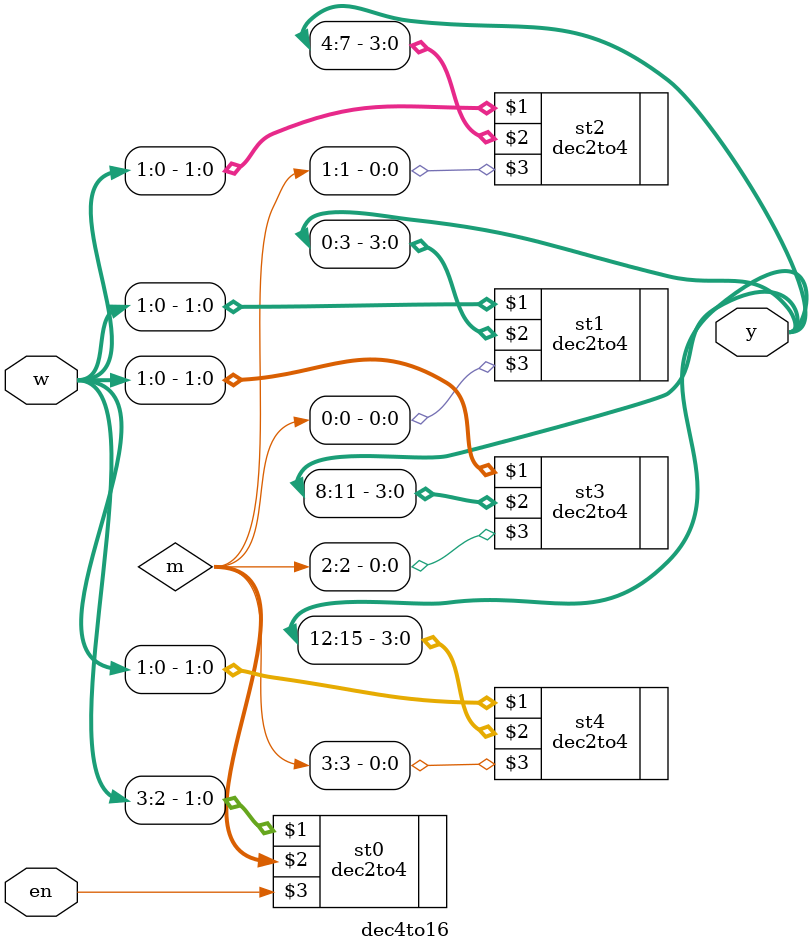
<source format=v>
`include"dec2to4.v"
module dec4to16(w,y,en);
input[3:0]w;
input en;
output[0:15]y;
wire [0:3]m;
dec2to4 st0 (w[3:2],m,en);
dec2to4 st1 (w[1:0],y[0:3],m[0]);
dec2to4 st2 (w[1:0],y[4:7],m[1]);
dec2to4 st3 (w[1:0],y[8:11],m[2]);
dec2to4 st4 (w[1:0],y[12:15],m[3]);
endmodule

</source>
